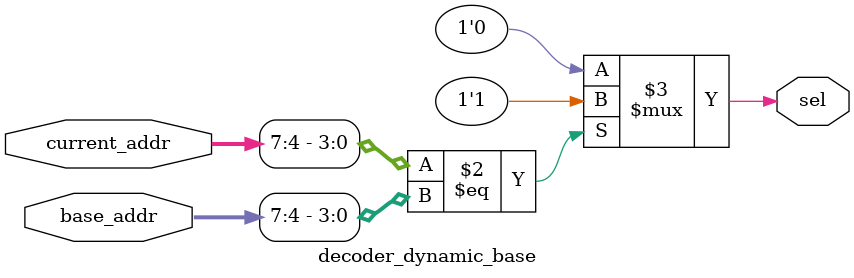
<source format=sv>
module decoder_dynamic_base (
    input [7:0] base_addr,
    input [7:0] current_addr,
    output reg sel
);
    always @(*) 
        sel = (current_addr[7:4] == base_addr[7:4]) ? 1'b1 : 1'b0;
endmodule
</source>
